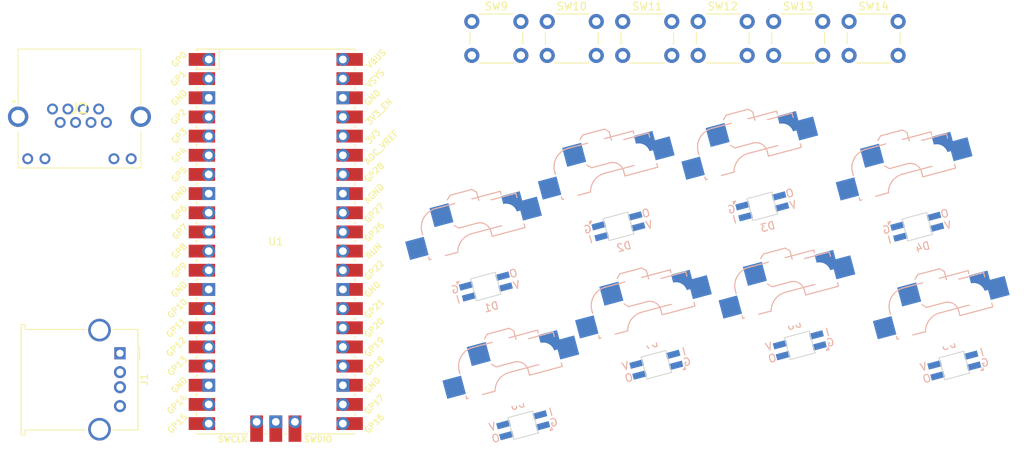
<source format=kicad_pcb>
(kicad_pcb (version 20221018) (generator pcbnew)
  (layers (0 "F.Cu" signal) (31 "B.Cu" signal) (34 "B.Paste" user) (35 "F.Paste" user) (36 "B.SilkS" user "B.Silkscreen") (37 "F.SilkS" user "F.Silkscreen") (38 "B.Mask" user) (39 "F.Mask" user) (44 "Edge.Cuts" user))
  (net 0 "")
  (net 1 "VCC")
  (net 2 "Net-(D1-DOUT)")
  (net 3 "GND")
  (net 4 "LED")
  (net 5 "Net-(D2-DOUT)")
  (net 6 "Net-(D3-DOUT)")
  (net 7 "Net-(D4-DOUT)")
  (net 8 "Net-(D5-DOUT)")
  (net 9 "Net-(D6-DOUT)")
  (net 10 "Net-(D7-DOUT)")
  (net 11 "LED-OUT")
  (net 12 "HostUSB-D-")
  (net 13 "HostUSB-D+")
  (net 15 "Up")
  (net 16 "Down")
  (net 17 "Right")
  (net 18 "Left")
  (net 20 "B1")
  (net 21 "B2")
  (net 22 "R2")
  (net 23 "L2")
  (net 24 "B3")
  (net 25 "B4")
  (net 26 "R1")
  (net 27 "L1")
  (net 28 "S1")
  (net 29 "S2")
  (net 30 "L3")
  (net 31 "R3")
  (net 32 "A1")
  (net 33 "A2")
  (net 34 "I2C-SDA")
  (net 35 "I2C-SCL")
  (net 42 "+3V3")
  (footprint "Button_Switch_THT:SW_PUSH_6mm" (layer "F.Cu") (at 160.5 70.5)
    (fp_text reference "SW12" (at 3.25 -2) (layer "F.SilkS"))
    (fp_text value "SW_Push_45deg")
    (pad "1" thru_hole circle (at 0 0 90) (size 2 2) (drill 1.1) (layers "*.Cu" "*.Mask") (net 31 "R3"))
    (pad "1" thru_hole circle (at 6.5 0 90) (size 2 2) (drill 1.1) (layers "*.Cu" "*.Mask") (net 31 "R3"))
    (pad "2" thru_hole circle (at 0 4.5 90) (size 2 2) (drill 1.1) (layers "*.Cu" "*.Mask") (net 3 "GND"))
    (pad "2" thru_hole circle (at 6.5 4.5 90) (size 2 2) (drill 1.1) (layers "*.Cu" "*.Mask") (net 3 "GND"))
  )
  (footprint "splitsbits:YS-SK6812MINI-E-SingleSide" (layer "F.Cu") (at 169 95 15)
    (fp_text reference "D3" (at 0 2.8 15) (layer "B.SilkS") (effects (justify mirror)))
    (fp_text value "SK6812MINI-E_Easy_Solder")
    (fp_text user "O" (at 3.96 -0.73 15) (layer "B.SilkS") (effects (justify mirror)))
    (fp_text user "I" (at -4 0.73 15) (layer "B.SilkS") (effects (justify mirror)))
    (fp_text user "G" (at -4.03 -0.68 15) (layer "B.SilkS") (effects (justify mirror)))
    (fp_text user "V" (at 3.99 0.87 15) (layer "B.SilkS") (effects (justify mirror)))
    (fp_line (start -1.7 -1.5) (end -1.7 1.5) (stroke (width 0.12)) (layer "Edge.Cuts"))
    (fp_line (start -1.7 1.5) (end 1.7 1.5) (stroke (width 0.12)) (layer "Edge.Cuts"))
    (fp_line (start 1.7 -1.5) (end -1.7 -1.5) (stroke (width 0.12)) (layer "Edge.Cuts"))
    (fp_line (start 1.7 1.5) (end 1.7 -1.5) (stroke (width 0.12)) (layer "Edge.Cuts"))
    (pad "1" smd rect (at 2.5 0.75 15) (size 1.8 0.82) (layers "B.Cu" "B.Paste" "B.Mask") (net 1 "VCC"))
    (pad "2" smd rect (at 2.5 -0.75 15) (size 1.8 0.82) (layers "B.Cu" "B.Paste" "B.Mask") (net 6 "Net-(D3-DOUT)"))
    (pad "3" smd rect (at -2.5 -0.75 15) (size 1.8 0.82) (layers "B.Cu" "B.Paste" "B.Mask") (net 3 "GND"))
    (pad "4" smd rect (at -2.5 0.75 15) (size 1.8 0.82) (layers "B.Cu" "B.Paste" "B.Mask") (net 5 "Net-(D2-DOUT)"))
  )
  (footprint "splitsbits:RPi_Pico_SMD_TH" (layer "F.Cu") (at 104.52 99.66)
    (fp_text reference "U1" (at 0 0) (layer "F.SilkS"))
    (fp_text value "Pico")
    (fp_text user "GND" (at -12.8 6.35 45) (layer "F.SilkS") (effects (font (size 0.8 0.8))))
    (fp_text user "GP10" (at -13.054 8.89 45) (layer "F.SilkS") (effects (font (size 0.8 0.8))))
    (fp_text user "GND" (at 12.8 6.35 45) (layer "F.SilkS") (effects (font (size 0.8 0.8))))
    (fp_text user "GP9" (at -12.8 3.81 45) (layer "F.SilkS") (effects (font (size 0.8 0.8))))
    (fp_text user "SWCLK" (at -5.7 26.2) (layer "F.SilkS") (effects (font (size 0.8 0.8))))
    (fp_text user "GP20" (at 13.054 11.43 45) (layer "F.SilkS") (effects (font (size 0.8 0.8))))
    (fp_text user "GP4" (at -12.8 -11.43 45) (layer "F.SilkS") (effects (font (size 0.8 0.8))))
    (fp_text user "VBUS" (at 13.3 -24.2 45) (layer "F.SilkS") (effects (font (size 0.8 0.8))))
    (fp_text user "GND" (at -12.8 19.05 45) (layer "F.SilkS") (effects (font (size 0.8 0.8))))
    (fp_text user "GP11" (at -13.2 11.43 45) (layer "F.SilkS") (effects (font (size 0.8 0.8))))
    (fp_text user "GP16" (at 13.054 24.13 45) (layer "F.SilkS") (effects (font (size 0.8 0.8))))
    (fp_text user "GND" (at 12.8 -19.05 45) (layer "F.SilkS") (effects (font (size 0.8 0.8))))
    (fp_text user "GND" (at -12.8 -19.05 45) (layer "F.SilkS") (effects (font (size 0.8 0.8))))
    (fp_text user "RUN" (at 13 1.27 45) (layer "F.SilkS") (effects (font (size 0.8 0.8))))
    (fp_text user "ADC_VREF" (at 14 -12.5 45) (layer "F.SilkS") (effects (font (size 0.8 0.8))))
    (fp_text user "GP15" (at -13.054 24.13 45) (layer "F.SilkS") (effects (font (size 0.8 0.8))))
    (fp_text user "GP3" (at -12.8 -13.97 45) (layer "F.SilkS") (effects (font (size 0.8 0.8))))
    (fp_text user "GP1" (at -12.9 -21.6 45) (layer "F.SilkS") (effects (font (size 0.8 0.8))))
    (fp_text user "GP27" (at 13.054 -3.8 45) (layer "F.SilkS") (effects (font (size 0.8 0.8))))
    (fp_text user "GP13" (at -13.054 16.51 45) (layer "F.SilkS") (effects (font (size 0.8 0.8))))
    (fp_text user "GND" (at -12.8 -6.35 45) (layer "F.SilkS") (effects (font (size 0.8 0.8))))
    (fp_text user "AGND" (at 13.054 -6.35 45) (layer "F.SilkS") (effects (font (size 0.8 0.8))))
    (fp_text user "GP14" (at -13.1 21.59 45) (layer "F.SilkS") (effects (font (size 0.8 0.8))))
    (fp_text user "GP17" (at 13.054 21.59 45) (layer "F.SilkS") (effects (font (size 0.8 0.8))))
    (fp_text user "GP26" (at 13.054 -1.27 45) (layer "F.SilkS") (effects (font (size 0.8 0.8))))
    (fp_text user "GP18" (at 13.054 16.51 45) (layer "F.SilkS") (effects (font (size 0.8 0.8))))
    (fp_text user "GP8" (at -12.8 1.27 45) (layer "F.SilkS") (effects (font (size 0.8 0.8))))
    (fp_text user "3V3" (at 12.9 -13.9 45) (layer "F.SilkS") (effects (font (size 0.8 0.8))))
    (fp_text user "SWDIO" (at 5.6 26.2) (layer "F.SilkS") (effects (font (size 0.8 0.8))))
    (fp_text user "GND" (at 12.8 19.05 45) (layer "F.SilkS") (effects (font (size 0.8 0.8))))
    (fp_text user "GP0" (at -12.8 -24.13 45) (layer "F.SilkS") (effects (font (size 0.8 0.8))))
    (fp_text user "GP28" (at 13.054 -9.144 45) (layer "F.SilkS") (effects (font (size 0.8 0.8))))
    (fp_text user "VSYS" (at 13.2 -21.59 45) (layer "F.SilkS") (effects (font (size 0.8 0.8))))
    (fp_text user "GP6" (at -12.8 -3.81 45) (layer "F.SilkS") (effects (font (size 0.8 0.8))))
    (fp_text user "GP12" (at -13.2 13.97 45) (layer "F.SilkS") (effects (font (size 0.8 0.8))))
    (fp_text user "3V3_EN" (at 13.7 -17.2 45) (layer "F.SilkS") (effects (font (size 0.8 0.8))))
    (fp_text user "GP5" (at -12.8 -8.89 45) (layer "F.SilkS") (effects (font (size 0.8 0.8))))
    (fp_text user "GP2" (at -12.9 -16.51 45) (layer "F.SilkS") (effects (font (size 0.8 0.8))))
    (fp_text user "GP22" (at 13.054 3.81 45) (layer "F.SilkS") (effects (font (size 0.8 0.8))))
    (fp_text user "GP19" (at 13.054 13.97 45) (layer "F.SilkS") (effects (font (size 0.8 0.8))))
    (fp_text user "GP7" (at -12.7 -1.3 45) (layer "F.SilkS") (effects (font (size 0.8 0.8))))
    (fp_text user "GP21" (at 13.054 8.9 45) (layer "F.SilkS") (effects (font (size 0.8 0.8))))
    (pad "" np_thru_hole oval (at -2.725 -24) (size 1.8 1.8) (drill 1.8) (layers "*.Cu" "*.Mask"))
    (pad "" np_thru_hole oval (at -2.425 -20.97) (size 1.5 1.5) (drill 1.5) (layers "*.Cu" "*.Mask"))
    (pad "" np_thru_hole oval (at 2.425 -20.97) (size 1.5 1.5) (drill 1.5) (layers "*.Cu" "*.Mask"))
    (pad "" np_thru_hole oval (at 2.725 -24) (size 1.8 1.8) (drill 1.8) (layers "*.Cu" "*.Mask"))
    (pad "1" thru_hole oval (at -8.89 -24.13) (size 1.7 1.7) (drill 1.02) (layers "*.Cu" "*.Mask") (net 34 "I2C-SDA"))
    (pad "1" smd rect (at -8.89 -24.13) (size 3.5 1.7) (drill (offset -0.9 0)) (layers "F.Cu" "F.Mask") (net 34 "I2C-SDA"))
    (pad "2" thru_hole oval (at -8.89 -21.59) (size 1.7 1.7) (drill 1.02) (layers "*.Cu" "*.Mask") (net 35 "I2C-SCL"))
    (pad "2" smd rect (at -8.89 -21.59) (size 3.5 1.7) (drill (offset -0.9 0)) (layers "F.Cu" "F.Mask") (net 35 "I2C-SCL"))
    (pad "3" thru_hole rect (at -8.89 -19.05) (size 1.7 1.7) (drill 1.02) (layers "*.Cu" "*.Mask") (net 3 "GND"))
    (pad "3" smd rect (at -8.89 -19.05) (size 3.5 1.7) (drill (offset -0.9 0)) (layers "F.Cu" "F.Mask") (net 3 "GND"))
    (pad "4" thru_hole oval (at -8.89 -16.51) (size 1.7 1.7) (drill 1.02) (layers "*.Cu" "*.Mask") (net 15 "Up"))
    (pad "4" smd rect (at -8.89 -16.51) (size 3.5 1.7) (drill (offset -0.9 0)) (layers "F.Cu" "F.Mask") (net 15 "Up"))
    (pad "5" thru_hole oval (at -8.89 -13.97) (size 1.7 1.7) (drill 1.02) (layers "*.Cu" "*.Mask") (net 16 "Down"))
    (pad "5" smd rect (at -8.89 -13.97) (size 3.5 1.7) (drill (offset -0.9 0)) (layers "F.Cu" "F.Mask") (net 16 "Down"))
    (pad "6" thru_hole oval (at -8.89 -11.43) (size 1.7 1.7) (drill 1.02) (layers "*.Cu" "*.Mask") (net 17 "Right"))
    (pad "6" smd rect (at -8.89 -11.43) (size 3.5 1.7) (drill (offset -0.9 0)) (layers "F.Cu" "F.Mask") (net 17 "Right"))
    (pad "7" thru_hole oval (at -8.89 -8.89) (size 1.7 1.7) (drill 1.02) (layers "*.Cu" "*.Mask") (net 18 "Left"))
    (pad "7" smd rect (at -8.89 -8.89) (size 3.5 1.7) (drill (offset -0.9 0)) (layers "F.Cu" "F.Mask") (net 18 "Left"))
    (pad "8" thru_hole rect (at -8.89 -6.35) (size 1.7 1.7) (drill 1.02) (layers "*.Cu" "*.Mask") (net 3 "GND"))
    (pad "8" smd rect (at -8.89 -6.35) (size 3.5 1.7) (drill (offset -0.9 0)) (layers "F.Cu" "F.Mask") (net 3 "GND"))
    (pad "9" thru_hole oval (at -8.89 -3.81) (size 1.7 1.7) (drill 1.02) (layers "*.Cu" "*.Mask") (net 20 "B1"))
    (pad "9" smd rect (at -8.89 -3.81) (size 3.5 1.7) (drill (offset -0.9 0)) (layers "F.Cu" "F.Mask") (net 20 "B1"))
    (pad "10" thru_hole oval (at -8.89 -1.27) (size 1.7 1.7) (drill 1.02) (layers "*.Cu" "*.Mask") (net 21 "B2"))
    (pad "10" smd rect (at -8.89 -1.27) (size 3.5 1.7) (drill (offset -0.9 0)) (layers "F.Cu" "F.Mask") (net 21 "B2"))
    (pad "11" thru_hole oval (at -8.89 1.27) (size 1.7 1.7) (drill 1.02) (layers "*.Cu" "*.Mask") (net 22 "R2"))
    (pad "11" smd rect (at -8.89 1.27) (size 3.5 1.7) (drill (offset -0.9 0)) (layers "F.Cu" "F.Mask") (net 22 "R2"))
    (pad "12" thru_hole oval (at -8.89 3.81) (size 1.7 1.7) (drill 1.02) (layers "*.Cu" "*.Mask") (net 23 "L2"))
    (pad "12" smd rect (at -8.89 3.81) (size 3.5 1.7) (drill (offset -0.9 0)) (layers "F.Cu" "F.Mask") (net 23 "L2"))
    (pad "13" thru_hole rect (at -8.89 6.35) (size 1.7 1.7) (drill 1.02) (layers "*.Cu" "*.Mask") (net 3 "GND"))
    (pad "13" smd rect (at -8.89 6.35) (size 3.5 1.7) (drill (offset -0.9 0)) (layers "F.Cu" "F.Mask") (net 3 "GND"))
    (pad "14" thru_hole oval (at -8.89 8.89) (size 1.7 1.7) (drill 1.02) (layers "*.Cu" "*.Mask") (net 24 "B3"))
    (pad "14" smd rect (at -8.89 8.89) (size 3.5 1.7) (drill (offset -0.9 0)) (layers "F.Cu" "F.Mask") (net 24 "B3"))
    (pad "15" thru_hole oval (at -8.89 11.43) (size 1.7 1.7) (drill 1.02) (layers "*.Cu" "*.Mask") (net 25 "B4"))
    (pad "15" smd rect (at -8.89 11.43) (size 3.5 1.7) (drill (offset -0.9 0)) (layers "F.Cu" "F.Mask") (net 25 "B4"))
    (pad "16" thru_hole oval (at -8.89 13.97) (size 1.7 1.7) (drill 1.02) (layers "*.Cu" "*.Mask") (net 26 "R1"))
    (pad "16" smd rect (at -8.89 13.97) (size 3.5 1.7) (drill (offset -0.9 0)) (layers "F.Cu" "F.Mask") (net 26 "R1"))
    (pad "17" thru_hole oval (at -8.89 16.51) (size 1.7 1.7) (drill 1.02) (layers "*.Cu" "*.Mask") (net 27 "L1"))
    (pad "17" smd rect (at -8.89 16.51) (size 3.5 1.7) (drill (offset -0.9 0)) (layers "F.Cu" "F.Mask") (net 27 "L1"))
    (pad "18" thru_hole rect (at -8.89 19.05) (size 1.7 1.7) (drill 1.02) (layers "*.Cu" "*.Mask") (net 3 "GND"))
    (pad "18" smd rect (at -8.89 19.05) (size 3.5 1.7) (drill (offset -0.9 0)) (layers "F.Cu" "F.Mask") (net 3 "GND"))
    (pad "19" thru_hole oval (at -8.89 21.59) (size 1.7 1.7) (drill 1.02) (layers "*.Cu" "*.Mask"))
    (pad "19" smd rect (at -8.89 21.59) (size 3.5 1.7) (drill (offset -0.9 0)) (layers "F.Cu" "F.Mask"))
    (pad "20" thru_hole oval (at -8.89 24.13) (size 1.7 1.7) (drill 1.02) (layers "*.Cu" "*.Mask"))
    (pad "20" smd rect (at -8.89 24.13) (size 3.5 1.7) (drill (offset -0.9 0)) (layers "F.Cu" "F.Mask"))
    (pad "21" thru_hole oval (at 8.89 24.13) (size 1.7 1.7) (drill 1.02) (layers "*.Cu" "*.Mask") (net 28 "S1"))
    (pad "21" smd rect (at 8.89 24.13) (size 3.5 1.7) (drill (offset 0.9 0)) (layers "F.Cu" "F.Mask") (net 28 "S1"))
    (pad "22" thru_hole oval (at 8.89 21.59) (size 1.7 1.7) (drill 1.02) (layers "*.Cu" "*.Mask") (net 29 "S2"))
    (pad "22" smd rect (at 8.89 21.59) (size 3.5 1.7) (drill (offset 0.9 0)) (layers "F.Cu" "F.Mask") (net 29 "S2"))
    (pad "23" thru_hole rect (at 8.89 19.05) (size 1.7 1.7) (drill 1.02) (layers "*.Cu" "*.Mask") (net 3 "GND"))
    (pad "23" smd rect (at 8.89 19.05) (size 3.5 1.7) (drill (offset 0.9 0)) (layers "F.Cu" "F.Mask") (net 3 "GND"))
    (pad "24" thru_hole oval (at 8.89 16.51) (size 1.7 1.7) (drill 1.02) (layers "*.Cu" "*.Mask") (net 30 "L3"))
    (pad "24" smd rect (at 8.89 16.51) (size 3.5 1.7) (drill (offset 0.9 0)) (layers "F.Cu" "F.Mask") (net 30 "L3"))
    (pad "25" thru_hole oval (at 8.89 13.97) (size 1.7 1.7) (drill 1.02) (layers "*.Cu" "*.Mask") (net 31 "R3"))
    (pad "25" smd rect (at 8.89 13.97) (size 3.5 1.7) (drill (offset 0.9 0)) (layers "F.Cu" "F.Mask") (net 31 "R3"))
    (pad "26" thru_hole oval (at 8.89 11.43) (size 1.7 1.7) (drill 1.02) (layers "*.Cu" "*.Mask") (net 32 "A1"))
    (pad "26" smd rect (at 8.89 11.43) (size 3.5 1.7) (drill (offset 0.9 0)) (layers "F.Cu" "F.Mask") (net 32 "A1"))
    (pad "27" thru_hole oval (at 8.89 8.89) (size 1.7 1.7) (drill 1.02) (layers "*.Cu" "*.Mask") (net 33 "A2"))
    (pad "27" smd rect (at 8.89 8.89) (size 3.5 1.7) (drill (offset 0.9 0)) (layers "F.Cu" "F.Mask") (net 33 "A2"))
    (pad "28" thru_hole rect (at 8.89 6.35) (size 1.7 1.7) (drill 1.02) (layers "*.Cu" "*.Mask") (net 3 "GND"))
    (pad "28" smd rect (at 8.89 6.35) (size 3.5 1.7) (drill (offset 0.9 0)) (layers "F.Cu" "F.Mask") (net 3 "GND"))
    (pad "29" thru_hole oval (at 8.89 3.81) (size 1.7 1.7) (drill 1.02) (layers "*.Cu" "*.Mask"))
    (pad "29" smd rect (at 8.89 3.81) (size 3.5 1.7) (drill (offset 0.9 0)) (layers "F.Cu" "F.Mask"))
    (pad "30" thru_hole oval (at 8.89 1.27) (size 1.7 1.7) (drill 1.02) (layers "*.Cu" "*.Mask"))
    (pad "30" smd rect (at 8.89 1.27) (size 3.5 1.7) (drill (offset 0.9 0)) (layers "F.Cu" "F.Mask"))
    (pad "31" thru_hole oval (at 8.89 -1.27) (size 1.7 1.7) (drill 1.02) (layers "*.Cu" "*.Mask") (net 13 "HostUSB-D+"))
    (pad "31" smd rect (at 8.89 -1.27) (size 3.5 1.7) (drill (offset 0.9 0)) (layers "F.Cu" "F.Mask") (net 13 "HostUSB-D+"))
    (pad "32" thru_hole oval (at 8.89 -3.81) (size 1.7 1.7) (drill 1.02) (layers "*.Cu" "*.Mask") (net 12 "HostUSB-D-"))
    (pad "32" smd rect (at 8.89 -3.81) (size 3.5 1.7) (drill (offset 0.9 0)) (layers "F.Cu" "F.Mask") (net 12 "HostUSB-D-"))
    (pad "33" thru_hole rect (at 8.89 -6.35) (size 1.7 1.7) (drill 1.02) (layers "*.Cu" "*.Mask"))
    (pad "33" smd rect (at 8.89 -6.35) (size 3.5 1.7) (drill (offset 0.9 0)) (layers "F.Cu" "F.Mask"))
    (pad "34" thru_hole oval (at 8.89 -8.89) (size 1.7 1.7) (drill 1.02) (layers "*.Cu" "*.Mask") (net 4 "LED"))
    (pad "34" smd rect (at 8.89 -8.89) (size 3.5 1.7) (drill (offset 0.9 0)) (layers "F.Cu" "F.Mask") (net 4 "LED"))
    (pad "35" thru_hole oval (at 8.89 -11.43) (size 1.7 1.7) (drill 1.02) (layers "*.Cu" "*.Mask"))
    (pad "35" smd rect (at 8.89 -11.43) (size 3.5 1.7) (drill (offset 0.9 0)) (layers "F.Cu" "F.Mask"))
    (pad "36" thru_hole oval (at 8.89 -13.97) (size 1.7 1.7) (drill 1.02) (layers "*.Cu" "*.Mask") (net 42 "+3V3"))
    (pad "36" smd rect (at 8.89 -13.97) (size 3.5 1.7) (drill (offset 0.9 0)) (layers "F.Cu" "F.Mask") (net 42 "+3V3"))
    (pad "37" thru_hole oval (at 8.89 -16.51) (size 1.7 1.7) (drill 1.02) (layers "*.Cu" "*.Mask"))
    (pad "37" smd rect (at 8.89 -16.51) (size 3.5 1.7) (drill (offset 0.9 0)) (layers "F.Cu" "F.Mask"))
    (pad "38" thru_hole rect (at 8.89 -19.05) (size 1.7 1.7) (drill 1.02) (layers "*.Cu" "*.Mask") (net 3 "GND"))
    (pad "38" smd rect (at 8.89 -19.05) (size 3.5 1.7) (drill (offset 0.9 0)) (layers "F.Cu" "F.Mask") (net 3 "GND"))
    (pad "39" thru_hole oval (at 8.89 -21.59) (size 1.7 1.7) (drill 1.02) (layers "*.Cu" "*.Mask"))
    (pad "39" smd rect (at 8.89 -21.59) (size 3.5 1.7) (drill (offset 0.9 0)) (layers "F.Cu" "F.Mask"))
    (pad "40" thru_hole oval (at 8.89 -24.13) (size 1.7 1.7) (drill 1.02) (layers "*.Cu" "*.Mask") (net 1 "VCC"))
    (pad "40" smd rect (at 8.89 -24.13) (size 3.5 1.7) (drill (offset 0.9 0)) (layers "F.Cu" "F.Mask") (net 1 "VCC"))
    (pad "41" thru_hole oval (at -2.54 23.9) (size 1.7 1.7) (drill 1.02) (layers "*.Cu" "*.Mask"))
    (pad "41" smd rect (at -2.54 23.9 90) (size 3.5 1.7) (drill (offset -0.9 0)) (layers "F.Cu" "F.Mask"))
    (pad "42" thru_hole rect (at 0 23.9) (size 1.7 1.7) (drill 1.02) (layers "*.Cu" "*.Mask"))
    (pad "42" smd rect (at 0 23.9 90) (size 3.5 1.7) (drill (offset -0.9 0)) (layers "F.Cu" "F.Mask"))
    (pad "43" thru_hole oval (at 2.54 23.9) (size 1.7 1.7) (drill 1.02) (layers "*.Cu" "*.Mask"))
    (pad "43" smd rect (at 2.54 23.9 90) (size 3.5 1.7) (drill (offset -0.9 0)) (layers "F.Cu" "F.Mask"))
  )
  (footprint "Button_Switch_THT:SW_PUSH_6mm" (layer "F.Cu") (at 170.5 70.5)
    (fp_text reference "SW13" (at 3.25 -2) (layer "F.SilkS"))
    (fp_text value "SW_Push_45deg")
    (pad "1" thru_hole circle (at 0 0 90) (size 2 2) (drill 1.1) (layers "*.Cu" "*.Mask") (net 32 "A1"))
    (pad "1" thru_hole circle (at 6.5 0 90) (size 2 2) (drill 1.1) (layers "*.Cu" "*.Mask") (net 32 "A1"))
    (pad "2" thru_hole circle (at 0 4.5 90) (size 2 2) (drill 1.1) (layers "*.Cu" "*.Mask") (net 3 "GND"))
    (pad "2" thru_hole circle (at 6.5 4.5 90) (size 2 2) (drill 1.1) (layers "*.Cu" "*.Mask") (net 3 "GND"))
  )
  (footprint "splitsbits:YS-SK6812MINI-E-SingleSide" (layer "F.Cu") (at 194.446263 116.09274 -165)
    (fp_text reference "D5" (at 0 2.8 15) (layer "B.SilkS") (effects (justify mirror)))
    (fp_text value "SK6812MINI-E_Easy_Solder")
    (fp_text user "V" (at 3.99 0.87 15) (layer "B.SilkS") (effects (justify mirror)))
    (fp_text user "O" (at 3.96 -0.73 15) (layer "B.SilkS") (effects (justify mirror)))
    (fp_text user "I" (at -4 0.73 15) (layer "B.SilkS") (effects (justify mirror)))
    (fp_text user "G" (at -4.03 -0.68 15) (layer "B.SilkS") (effects (justify mirror)))
    (fp_line (start -1.7 -1.5) (end -1.7 1.5) (stroke (width 0.12)) (layer "Edge.Cuts"))
    (fp_line (start -1.7 1.5) (end 1.7 1.5) (stroke (width 0.12)) (layer "Edge.Cuts"))
    (fp_line (start 1.7 -1.5) (end -1.7 -1.5) (stroke (width 0.12)) (layer "Edge.Cuts"))
    (fp_line (start 1.7 1.5) (end 1.7 -1.5) (stroke (width 0.12)) (layer "Edge.Cuts"))
    (pad "1" smd rect (at 2.5 0.75 195) (size 1.8 0.82) (layers "B.Cu" "B.Paste" "B.Mask") (net 1 "VCC"))
    (pad "2" smd rect (at 2.5 -0.75 195) (size 1.8 0.82) (layers "B.Cu" "B.Paste" "B.Mask") (net 8 "Net-(D5-DOUT)"))
    (pad "3" smd rect (at -2.5 -0.75 195) (size 1.8 0.82) (layers "B.Cu" "B.Paste" "B.Mask") (net 3 "GND"))
    (pad "4" smd rect (at -2.5 0.75 195) (size 1.8 0.82) (layers "B.Cu" "B.Paste" "B.Mask") (net 7 "Net-(D4-DOUT)"))
  )
  (footprint "Connector_USB:USB_A_Molex_67643_Horizontal" (layer "F.Cu") (at 83.87 114.47 -90)
    (fp_text reference "J1" (at 3.5 -3.19 90) (layer "F.SilkS"))
    (fp_text value "USB_A")
    (pad "1" thru_hole rect (at 0 0 270) (size 1.6 1.5) (drill 0.95) (layers "*.Cu" "*.Mask") (net 1 "VCC"))
    (pad "2" thru_hole circle (at 2.5 0 270) (size 1.6 1.6) (drill 0.95) (layers "*.Cu" "*.Mask") (net 12 "HostUSB-D-"))
    (pad "3" thru_hole circle (at 4.5 0 270) (size 1.6 1.6) (drill 0.95) (layers "*.Cu" "*.Mask") (net 13 "HostUSB-D+"))
    (pad "4" thru_hole circle (at 7 0 270) (size 1.6 1.6) (drill 0.95) (layers "*.Cu" "*.Mask") (net 3 "GND"))
    (pad "5" thru_hole circle (at -3.07 2.71 270) (size 3 3) (drill 2.3) (layers "*.Cu" "*.Mask"))
    (pad "5" thru_hole circle (at 10.07 2.71 270) (size 3 3) (drill 2.3) (layers "*.Cu" "*.Mask"))
  )
  (footprint "Button_Switch_THT:SW_PUSH_6mm" (layer "F.Cu") (at 180.5 70.5)
    (fp_text reference "SW14" (at 3.25 -2) (layer "F.SilkS"))
    (fp_text value "SW_Push_45deg")
    (pad "1" thru_hole circle (at 0 0 90) (size 2 2) (drill 1.1) (layers "*.Cu" "*.Mask") (net 33 "A2"))
    (pad "1" thru_hole circle (at 6.5 0 90) (size 2 2) (drill 1.1) (layers "*.Cu" "*.Mask") (net 33 "A2"))
    (pad "2" thru_hole circle (at 0 4.5 90) (size 2 2) (drill 1.1) (layers "*.Cu" "*.Mask") (net 3 "GND"))
    (pad "2" thru_hole circle (at 6.5 4.5 90) (size 2 2) (drill 1.1) (layers "*.Cu" "*.Mask") (net 3 "GND"))
  )
  (footprint "splitsbits:YS-SK6812MINI-E-SingleSide" (layer "F.Cu") (at 132.361468 105.624781 15)
    (fp_text reference "D1" (at 0 2.8 15) (layer "B.SilkS") (effects (justify mirror)))
    (fp_text value "SK6812MINI-E_Easy_Solder")
    (fp_text user "O" (at 3.96 -0.73 15) (layer "B.SilkS") (effects (justify mirror)))
    (fp_text user "V" (at 3.99 0.87 15) (layer "B.SilkS") (effects (justify mirror)))
    (fp_text user "G" (at -4.03 -0.68 15) (layer "B.SilkS") (effects (justify mirror)))
    (fp_text user "I" (at -4 0.73 15) (layer "B.SilkS") (effects (justify mirror)))
    (fp_line (start -1.7 -1.5) (end -1.7 1.5) (stroke (width 0.12)) (layer "Edge.Cuts"))
    (fp_line (start -1.7 1.5) (end 1.7 1.5) (stroke (width 0.12)) (layer "Edge.Cuts"))
    (fp_line (start 1.7 -1.5) (end -1.7 -1.5) (stroke (width 0.12)) (layer "Edge.Cuts"))
    (fp_line (start 1.7 1.5) (end 1.7 -1.5) (stroke (width 0.12)) (layer "Edge.Cuts"))
    (pad "1" smd rect (at 2.5 0.75 15) (size 1.8 0.82) (layers "B.Cu" "B.Paste" "B.Mask") (net 1 "VCC"))
    (pad "2" smd rect (at 2.5 -0.75 15) (size 1.8 0.82) (layers "B.Cu" "B.Paste" "B.Mask") (net 2 "Net-(D1-DOUT)"))
    (pad "3" smd rect (at -2.5 -0.75 15) (size 1.8 0.82) (layers "B.Cu" "B.Paste" "B.Mask") (net 3 "GND"))
    (pad "4" smd rect (at -2.5 0.75 15) (size 1.8 0.82) (layers "B.Cu" "B.Paste" "B.Mask") (net 4 "LED"))
  )
  (footprint "Button_Switch_THT:SW_PUSH_6mm" (layer "F.Cu") (at 150.5 70.5)
    (fp_text reference "SW11" (at 3.25 -2) (layer "F.SilkS"))
    (fp_text value "SW_Push_45deg")
    (pad "1" thru_hole circle (at 0 0 90) (size 2 2) (drill 1.1) (layers "*.Cu" "*.Mask") (net 30 "L3"))
    (pad "1" thru_hole circle (at 6.5 0 90) (size 2 2) (drill 1.1) (layers "*.Cu" "*.Mask") (net 30 "L3"))
    (pad "2" thru_hole circle (at 0 4.5 90) (size 2 2) (drill 1.1) (layers "*.Cu" "*.Mask") (net 3 "GND"))
    (pad "2" thru_hole circle (at 6.5 4.5 90) (size 2 2) (drill 1.1) (layers "*.Cu" "*.Mask") (net 3 "GND"))
  )
  (footprint "Button_Switch_THT:SW_PUSH_6mm" (layer "F.Cu") (at 130.5 70.5)
    (fp_text reference "SW9" (at 3.25 -2) (layer "F.SilkS"))
    (fp_text value "SW_Push_45deg")
    (pad "1" thru_hole circle (at 0 0 90) (size 2 2) (drill 1.1) (layers "*.Cu" "*.Mask") (net 28 "S1"))
    (pad "1" thru_hole circle (at 6.5 0 90) (size 2 2) (drill 1.1) (layers "*.Cu" "*.Mask") (net 28 "S1"))
    (pad "2" thru_hole circle (at 0 4.5 90) (size 2 2) (drill 1.1) (layers "*.Cu" "*.Mask") (net 3 "GND"))
    (pad "2" thru_hole circle (at 6.5 4.5 90) (size 2 2) (drill 1.1) (layers "*.Cu" "*.Mask") (net 3 "GND"))
  )
  (footprint "splitsbits:YS-SK6812MINI-E-SingleSide" (layer "F.Cu") (at 149.934827 97.644541 15)
    (fp_text reference "D2" (at 0 2.8 15) (layer "B.SilkS") (effects (justify mirror)))
    (fp_text value "SK6812MINI-E_Easy_Solder")
    (fp_text user "G" (at -4.03 -0.68 15) (layer "B.SilkS") (effects (justify mirror)))
    (fp_text user "V" (at 3.99 0.87 15) (layer "B.SilkS") (effects (justify mirror)))
    (fp_text user "I" (at -4 0.73 15) (layer "B.SilkS") (effects (justify mirror)))
    (fp_text user "O" (at 3.96 -0.73 15) (layer "B.SilkS") (effects (justify mirror)))
    (fp_line (start -1.7 -1.5) (end -1.7 1.5) (stroke (width 0.12)) (layer "Edge.Cuts"))
    (fp_line (start -1.7 1.5) (end 1.7 1.5) (stroke (width 0.12)) (layer "Edge.Cuts"))
    (fp_line (start 1.7 -1.5) (end -1.7 -1.5) (stroke (width 0.12)) (layer "Edge.Cuts"))
    (fp_line (start 1.7 1.5) (end 1.7 -1.5) (stroke (width 0.12)) (layer "Edge.Cuts"))
    (pad "1" smd rect (at 2.5 0.75 15) (size 1.8 0.82) (layers "B.Cu" "B.Paste" "B.Mask") (net 1 "VCC"))
    (pad "2" smd rect (at 2.5 -0.75 15) (size 1.8 0.82) (layers "B.Cu" "B.Paste" "B.Mask") (net 5 "Net-(D2-DOUT)"))
    (pad "3" smd rect (at -2.5 -0.75 15) (size 1.8 0.82) (layers "B.Cu" "B.Paste" "B.Mask") (net 3 "GND"))
    (pad "4" smd rect (at -2.5 0.75 15) (size 1.8 0.82) (layers "B.Cu" "B.Paste" "B.Mask") (net 2 "Net-(D1-DOUT)"))
  )
  (footprint "splitsbits:YS-SK6812MINI-E-SingleSide" (layer "F.Cu") (at 154.954158 115.990568 -165)
    (fp_text reference "D7" (at 0 2.8 15) (layer "B.SilkS") (effects (justify mirror)))
    (fp_text value "SK6812MINI-E_Easy_Solder")
    (fp_text user "V" (at 3.99 0.87 15) (layer "B.SilkS") (effects (justify mirror)))
    (fp_text user "I" (at -4 0.73 15) (layer "B.SilkS") (effects (justify mirror)))
    (fp_text user "O" (at 3.96 -0.73 15) (layer "B.SilkS") (effects (justify mirror)))
    (fp_text user "G" (at -4.03 -0.68 15) (layer "B.SilkS") (effects (justify mirror)))
    (fp_line (start -1.7 -1.5) (end -1.7 1.5) (stroke (width 0.12)) (layer "Edge.Cuts"))
    (fp_line (start -1.7 1.5) (end 1.7 1.5) (stroke (width 0.12)) (layer "Edge.Cuts"))
    (fp_line (start 1.7 -1.5) (end -1.7 -1.5) (stroke (width 0.12)) (layer "Edge.Cuts"))
    (fp_line (start 1.7 1.5) (end 1.7 -1.5) (stroke (width 0.12)) (layer "Edge.Cuts"))
    (pad "1" smd rect (at 2.5 0.75 195) (size 1.8 0.82) (layers "B.Cu" "B.Paste" "B.Mask") (net 1 "VCC"))
    (pad "2" smd rect (at 2.5 -0.75 195) (size 1.8 0.82) (layers "B.Cu" "B.Paste" "B.Mask") (net 10 "Net-(D7-DOUT)"))
    (pad "3" smd rect (at -2.5 -0.75 195) (size 1.8 0.82) (layers "B.Cu" "B.Paste" "B.Mask") (net 3 "GND"))
    (pad "4" smd rect (at -2.5 0.75 195) (size 1.8 0.82) (layers "B.Cu" "B.Paste" "B.Mask") (net 9 "Net-(D6-DOUT)"))
  )
  (footprint "splitsbits:YS-SK6812MINI-E-SingleSide" (layer "F.Cu") (at 173.964657 113.412441 -165)
    (fp_text reference "D6" (at 0 2.8 15) (layer "B.SilkS") (effects (justify mirror)))
    (fp_text value "SK6812MINI-E_Easy_Solder")
    (fp_text user "V" (at 3.99 0.87 15) (layer "B.SilkS") (effects (justify mirror)))
    (fp_text user "G" (at -4.03 -0.68 15) (layer "B.SilkS") (effects (justify mirror)))
    (fp_text user "O" (at 3.96 -0.73 15) (layer "B.SilkS") (effects (justify mirror)))
    (fp_text user "I" (at -4 0.73 15) (layer "B.SilkS") (effects (justify mirror)))
    (fp_line (start -1.7 -1.5) (end -1.7 1.5) (stroke (width 0.12)) (layer "Edge.Cuts"))
    (fp_line (start -1.7 1.5) (end 1.7 1.5) (stroke (width 0.12)) (layer "Edge.Cuts"))
    (fp_line (start 1.7 -1.5) (end -1.7 -1.5) (stroke (width 0.12)) (layer "Edge.Cuts"))
    (fp_line (start 1.7 1.5) (end 1.7 -1.5) (stroke (width 0.12)) (layer "Edge.Cuts"))
    (pad "1" smd rect (at 2.5 0.75 195) (size 1.8 0.82) (layers "B.Cu" "B.Paste" "B.Mask") (net 1 "VCC"))
    (pad "2" smd rect (at 2.5 -0.75 195) (size 1.8 0.82) (layers "B.Cu" "B.Paste" "B.Mask") (net 9 "Net-(D6-DOUT)"))
    (pad "3" smd rect (at -2.5 -0.75 195) (size 1.8 0.82) (layers "B.Cu" "B.Paste" "B.Mask") (net 3 "GND"))
    (pad "4" smd rect (at -2.5 0.75 195) (size 1.8 0.82) (layers "B.Cu" "B.Paste" "B.Mask") (net 8 "Net-(D5-DOUT)"))
  )
  (footprint "splitsbits:YS-SK6812MINI-E-SingleSide" (layer "F.Cu") (at 189.528008 97.698924 15)
    (fp_text reference "D4" (at 0 2.8 15) (layer "B.SilkS") (effects (justify mirror)))
    (fp_text value "SK6812MINI-E_Easy_Solder")
    (fp_text user "V" (at 3.99 0.87 15) (layer "B.SilkS") (effects (justify mirror)))
    (fp_text user "G" (at -4.03 -0.68 15) (layer "B.SilkS") (effects (justify mirror)))
    (fp_text user "I" (at -4 0.73 15) (layer "B.SilkS") (effects (justify mirror)))
    (fp_text user "O" (at 3.96 -0.73 15) (layer "B.SilkS") (effects (justify mirror)))
    (fp_line (start -1.7 -1.5) (end -1.7 1.5) (stroke (width 0.12)) (layer "Edge.Cuts"))
    (fp_line (start -1.7 1.5) (end 1.7 1.5) (stroke (width 0.12)) (layer "Edge.Cuts"))
    (fp_line (start 1.7 -1.5) (end -1.7 -1.5) (stroke (width 0.12)) (layer "Edge.Cuts"))
    (fp_line (start 1.7 1.5) (end 1.7 -1.5) (stroke (width 0.12)) (layer "Edge.Cuts"))
    (pad "1" smd rect (at 2.5 0.75 15) (size 1.8 0.82) (layers "B.Cu" "B.Paste" "B.Mask") (net 1 "VCC"))
    (pad "2" smd rect (at 2.5 -0.75 15) (size 1.8 0.82) (layers "B.Cu" "B.Paste" "B.Mask") (net 7 "Net-(D4-DOUT)"))
    (pad "3" smd rect (at -2.5 -0.75 15) (size 1.8 0.82) (layers "B.Cu" "B.Paste" "B.Mask") (net 3 "GND"))
    (pad "4" smd rect (at -2.5 0.75 15) (size 1.8 0.82) (layers "B.Cu" "B.Paste" "B.Mask") (net 6 "Net-(D3-DOUT)"))
  )
  (footprint "Button_Switch_THT:SW_PUSH_6mm" (layer "F.Cu") (at 140.5 70.5)
    (fp_text reference "SW10" (at 3.25 -2) (layer "F.SilkS"))
    (fp_text value "SW_Push_45deg")
    (pad "1" thru_hole circle (at 0 0 90) (size 2 2) (drill 1.1) (layers "*.Cu" "*.Mask") (net 29 "S2"))
    (pad "1" thru_hole circle (at 6.5 0 90) (size 2 2) (drill 1.1) (layers "*.Cu" "*.Mask") (net 29 "S2"))
    (pad "2" thru_hole circle (at 0 4.5 90) (size 2 2) (drill 1.1) (layers "*.Cu" "*.Mask") (net 3 "GND"))
    (pad "2" thru_hole circle (at 6.5 4.5 90) (size 2 2) (drill 1.1) (layers "*.Cu" "*.Mask") (net 3 "GND"))
  )
  (footprint "splitsbits:YS-SK6812MINI-E-SingleSide" (layer "F.Cu") (at 137.308701 124.010832 -165)
    (fp_text reference "D8" (at 0 2.8 15) (layer "B.SilkS") (effects (justify mirror)))
    (fp_text value "SK6812MINI-E_Easy_Solder")
    (fp_text user "V" (at 3.99 0.87 15) (layer "B.SilkS") (effects (justify mirror)))
    (fp_text user "G" (at -4.03 -0.68 15) (layer "B.SilkS") (effects (justify mirror)))
    (fp_text user "I" (at -4 0.73 15) (layer "B.SilkS") (effects (justify mirror)))
    (fp_text user "O" (at 3.96 -0.73 15) (layer "B.SilkS") (effects (justify mirror)))
    (fp_line (start -1.7 -1.5) (end -1.7 1.5) (stroke (width 0.12)) (layer "Edge.Cuts"))
    (fp_line (start -1.7 1.5) (end 1.7 1.5) (stroke (width 0.12)) (layer "Edge.Cuts"))
    (fp_line (start 1.7 -1.5) (end -1.7 -1.5) (stroke (width 0.12)) (layer "Edge.Cuts"))
    (fp_line (start 1.7 1.5) (end 1.7 -1.5) (stroke (width 0.12)) (layer "Edge.Cuts"))
    (pad "1" smd rect (at 2.5 0.75 195) (size 1.8 0.82) (layers "B.Cu" "B.Paste" "B.Mask") (net 1 "VCC"))
    (pad "2" smd rect (at 2.5 -0.75 195) (size 1.8 0.82) (layers "B.Cu" "B.Paste" "B.Mask") (net 11 "LED-OUT"))
    (pad "3" smd rect (at -2.5 -0.75 195) (size 1.8 0.82) (layers "B.Cu" "B.Paste" "B.Mask") (net 3 "GND"))
    (pad "4" smd rect (at -2.5 0.75 195) (size 1.8 0.82) (layers "B.Cu" "B.Paste" "B.Mask") (net 10 "Net-(D7-DOUT)"))
  )
  (footprint "splitsbits:RRJ45R08PC000" (layer "F.Cu") (at 74.93 82.1 180)
    (fp_text reference "J2" (at -3.57 0.065) (layer "F.SilkS") (effects (font (size 1.27 1.27) (thickness 0.254))))
    (fp_text value "RJ45" hide)
    (pad "" np_thru_hole circle (at -9.92 2.54 180) (size 3.25 3.25) (drill 3.25) (layers "*.Cu" "*.Mask"))
    (pad "" np_thru_hole circle (at 2.78 2.54 180) (size 3.25 3.25) (drill 3.25) (layers "*.Cu" "*.Mask"))
    (pad "1" thru_hole circle (at 0 0 180) (size 1.446 1.446) (drill 0.89) (layers "*.Cu" "*.Mask") (net 1 "VCC"))
    (pad "2" thru_hole circle (at -1.02 -1.78 180) (size 1.446 1.446) (drill 0.89) (layers "*.Cu" "*.Mask") (net 15 "Up"))
    (pad "3" thru_hole circle (at -2.04 0 180) (size 1.446 1.446) (drill 0.89) (layers "*.Cu" "*.Mask") (net 16 "Down"))
    (pad "4" thru_hole circle (at -3.06 -1.78 180) (size 1.446 1.446) (drill 0.89) (layers "*.Cu" "*.Mask") (net 17 "Right"))
    (pad "5" thru_hole circle (at -4.08 0 180) (size 1.446 1.446) (drill 0.89) (layers "*.Cu" "*.Mask") (net 18 "Left"))
    (pad "6" thru_hole circle (at -5.1 -1.78 180) (size 1.446 1.446) (drill 0.89) (layers "*.Cu" "*.Mask") (net 11 "LED-OUT"))
    (pad "7" thru_hole circle (at -6.12 0 180) (size 1.446 1.446) (drill 0.89) (layers "*.Cu" "*.Mask"))
    (pad "8" thru_hole circle (at -7.14 -1.78 180) (size 1.446 1.446) (drill 0.89) (layers "*.Cu" "*.Mask") (net 3 "GND"))
    (pad "9" thru_hole circle (at 3.29 -6.59 180) (size 1.446 1.446) (drill 0.89) (layers "*.Cu" "*.Mask"))
    (pad "10" thru_hole circle (at 1 -6.59 180) (size 1.446 1.446) (drill 0.89) (layers "*.Cu" "*.Mask"))
    (pad "11" thru_hole circle (at -8.14 -6.59 180) (size 1.446 1.446) (drill 0.89) (layers "*.Cu" "*.Mask"))
    (pad "12" thru_hole circle (at -10.43 -6.59 180) (size 1.446 1.446) (drill 0.89) (layers "*.Cu" "*.Mask"))
    (pad "MH1" thru_hole circle (at -11.7 -1.02 180) (size 2.7 2.7) (drill 1.8) (layers "*.Cu" "*.Mask"))
    (pad "MH2" thru_hole circle (at 4.56 -1.02 180) (size 2.7 2.7) (drill 1.8) (layers "*.Cu" "*.Mask"))
  )
  (footprint "splitsbits:Kailh_socket_MX-ChocV1" (layer "B.Cu") (at 131.181067 101.064917 15)
    (fp_text reference "SW1")
    (fp_text value "SW_Push_45deg")
    (pad "" np_thru_hole circle (at -5.5 0 15) (size 1.7018 1.7018) (drill 1.7018) (layers "*.Cu" "*.Mask"))
    (pad "" np_thru_hole circle (at -5.22 4.2 15) (size 0.9906 0.9906) (drill 0.9906) (layers "*.Cu" "*.Mask"))
    (pad "" np_thru_hole circle (at -5.08 0 195) (size 1.7018 1.7018) (drill 1.7018) (layers "*.Cu" "*.Mask"))
    (pad "" np_thru_hole circle (at -3.81 -2.54 195) (size 3 3) (drill 3) (layers "*.Cu" "*.Mask"))
    (pad "" np_thru_hole circle (at 0 -5.95 15) (size 3 3) (drill 3) (layers "*.Cu" "*.Mask"))
    (pad "" np_thru_hole circle (at 0 0 15) (size 3.429 3.429) (drill 3.429) (layers "*.Cu" "*.Mask"))
    (pad "" np_thru_hole circle (at 0 0 195) (size 3.9878 3.9878) (drill 3.9878) (layers "*.Cu" "*.Mask"))
    (pad "" np_thru_hole circle (at 2.54 -5.08 195) (size 3 3) (drill 3) (layers "*.Cu" "*.Mask"))
    (pad "" np_thru_hole circle (at 5 -3.75 15) (size 3 3) (drill 3) (layers "*.Cu" "*.Mask"))
    (pad "" np_thru_hole circle (at 5.08 0 195) (size 1.7018 1.7018) (drill 1.7018) (layers "*.Cu" "*.Mask"))
    (pad "" np_thru_hole circle (at 5.5 0 15) (size 1.7018 1.7018) (drill 1.7018) (layers "*.Cu" "*.Mask"))
    (pad "1" smd rect (at 6.29 -5.08 195) (size 2.55 2.5) (layers "B.Cu" "B.Paste" "B.Mask") (net 20 "B1"))
    (pad "1" smd rect (at 8.275 -3.75 15) (size 2.6 2.6) (layers "B.Cu" "B.Paste" "B.Mask") (net 20 "B1"))
    (pad "2" smd rect (at -7.56 -2.54 195) (size 2.55 2.5) (layers "B.Cu" "B.Paste" "B.Mask") (net 3 "GND"))
    (pad "2" smd rect (at -3.275 -5.95 15) (size 2.6 2.6) (layers "B.Cu" "B.Paste" "B.Mask") (net 3 "GND"))
  )
  (footprint "splitsbits:Kailh_socket_MX-ChocV1" (layer "B.Cu") (at 193.172031 111.578724 15)
    (fp_text reference "SW8")
    (fp_text value "SW_Push_45deg")
    (pad "" np_thru_hole circle (at -5.5 0 15) (size 1.7018 1.7018) (drill 1.7018) (layers "*.Cu" "*.Mask"))
    (pad "" np_thru_hole circle (at -5.22 4.2 15) (size 0.9906 0.9906) (drill 0.9906) (layers "*.Cu" "*.Mask"))
    (pad "" np_thru_hole circle (at -5.08 0 195) (size 1.7018 1.7018) (drill 1.7018) (layers "*.Cu" "*.Mask"))
    (pad "" np_thru_hole circle (at -3.81 -2.54 195) (size 3 3) (drill 3) (layers "*.Cu" "*.Mask"))
    (pad "" np_thru_hole circle (at 0 -5.95 15) (size 3 3) (drill 3) (layers "*.Cu" "*.Mask"))
    (pad "" np_thru_hole circle (at 0 0 15) (size 3.429 3.429) (drill 3.429) (layers "*.Cu" "*.Mask"))
    (pad "" np_thru_hole circle (at 0 0 195) (size 3.9878 3.9878) (drill 3.9878) (layers "*.Cu" "*.Mask"))
    (pad "" np_thru_hole circle (at 2.54 -5.08 195) (size 3 3) (drill 3) (layers "*.Cu" "*.Mask"))
    (pad "" np_thru_hole circle (at 5 -3.75 15) (size 3 3) (drill 3) (layers "*.Cu" "*.Mask"))
    (pad "" np_thru_hole circle (at 5.08 0 195) (size 1.7018 1.7018) (drill 1.7018) (layers "*.Cu" "*.Mask"))
    (pad "" np_thru_hole circle (at 5.5 0 15) (size 1.7018 1.7018) (drill 1.7018) (layers "*.Cu" "*.Mask"))
    (pad "1" smd rect (at 6.29 -5.08 195) (size 2.55 2.5) (layers "B.Cu" "B.Paste" "B.Mask") (net 27 "L1"))
    (pad "1" smd rect (at 8.275 -3.75 15) (size 2.6 2.6) (layers "B.Cu" "B.Paste" "B.Mask") (net 27 "L1"))
    (pad "2" smd rect (at -7.56 -2.54 195) (size 2.55 2.5) (layers "B.Cu" "B.Paste" "B.Mask") (net 3 "GND"))
    (pad "2" smd rect (at -3.275 -5.95 15) (size 2.6 2.6) (layers "B.Cu" "B.Paste" "B.Mask") (net 3 "GND"))
  )
  (footprint "splitsbits:Kailh_socket_MX-ChocV1" (layer "B.Cu") (at 167.786265 90.441304 15)
    (fp_text reference "SW3")
    (fp_text value "SW_Push_45deg")
    (pad "" np_thru_hole circle (at -5.5 0 15) (size 1.7018 1.7018) (drill 1.7018) (layers "*.Cu" "*.Mask"))
    (pad "" np_thru_hole circle (at -5.22 4.2 15) (size 0.9906 0.9906) (drill 0.9906) (layers "*.Cu" "*.Mask"))
    (pad "" np_thru_hole circle (at -5.08 0 195) (size 1.7018 1.7018) (drill 1.7018) (layers "*.Cu" "*.Mask"))
    (pad "" np_thru_hole circle (at -3.81 -2.54 195) (size 3 3) (drill 3) (layers "*.Cu" "*.Mask"))
    (pad "" np_thru_hole circle (at 0 -5.95 15) (size 3 3) (drill 3) (layers "*.Cu" "*.Mask"))
    (pad "" np_thru_hole circle (at 0 0 15) (size 3.429 3.429) (drill 3.429) (layers "*.Cu" "*.Mask"))
    (pad "" np_thru_hole circle (at 0 0 195) (size 3.9878 3.9878) (drill 3.9878) (layers "*.Cu" "*.Mask"))
    (pad "" np_thru_hole circle (at 2.54 -5.08 195) (size 3 3) (drill 3) (layers "*.Cu" "*.Mask"))
    (pad "" np_thru_hole circle (at 5 -3.75 15) (size 3 3) (drill 3) (layers "*.Cu" "*.Mask"))
    (pad "" np_thru_hole circle (at 5.08 0 195) (size 1.7018 1.7018) (drill 1.7018) (layers "*.Cu" "*.Mask"))
    (pad "" np_thru_hole circle (at 5.5 0 15) (size 1.7018 1.7018) (drill 1.7018) (layers "*.Cu" "*.Mask"))
    (pad "1" smd rect (at 6.29 -5.08 195) (size 2.55 2.5) (layers "B.Cu" "B.Paste" "B.Mask") (net 22 "R2"))
    (pad "1" smd rect (at 8.275 -3.75 15) (size 2.6 2.6) (layers "B.Cu" "B.Paste" "B.Mask") (net 22 "R2"))
    (pad "2" smd rect (at -7.56 -2.54 195) (size 2.55 2.5) (layers "B.Cu" "B.Paste" "B.Mask") (net 3 "GND"))
    (pad "2" smd rect (at -3.275 -5.95 15) (size 2.6 2.6) (layers "B.Cu" "B.Paste" "B.Mask") (net 3 "GND"))
  )
  (footprint "splitsbits:Kailh_socket_MX-ChocV1" (layer "B.Cu") (at 148.769066 93.071696 15)
    (fp_text reference "SW2")
    (fp_text value "SW_Push_45deg")
    (pad "" np_thru_hole circle (at -5.5 0 15) (size 1.7018 1.7018) (drill 1.7018) (layers "*.Cu" "*.Mask"))
    (pad "" np_thru_hole circle (at -5.22 4.2 15) (size 0.9906 0.9906) (drill 0.9906) (layers "*.Cu" "*.Mask"))
    (pad "" np_thru_hole circle (at -5.08 0 195) (size 1.7018 1.7018) (drill 1.7018) (layers "*.Cu" "*.Mask"))
    (pad "" np_thru_hole circle (at -3.81 -2.54 195) (size 3 3) (drill 3) (layers "*.Cu" "*.Mask"))
    (pad "" np_thru_hole circle (at 0 -5.95 15) (size 3 3) (drill 3) (layers "*.Cu" "*.Mask"))
    (pad "" np_thru_hole circle (at 0 0 15) (size 3.429 3.429) (drill 3.429) (layers "*.Cu" "*.Mask"))
    (pad "" np_thru_hole circle (at 0 0 195) (size 3.9878 3.9878) (drill 3.9878) (layers "*.Cu" "*.Mask"))
    (pad "" np_thru_hole circle (at 2.54 -5.08 195) (size 3 3) (drill 3) (layers "*.Cu" "*.Mask"))
    (pad "" np_thru_hole circle (at 5 -3.75 15) (size 3 3) (drill 3) (layers "*.Cu" "*.Mask"))
    (pad "" np_thru_hole circle (at 5.08 0 195) (size 1.7018 1.7018) (drill 1.7018) (layers "*.Cu" "*.Mask"))
    (pad "" np_thru_hole circle (at 5.5 0 15) (size 1.7018 1.7018) (drill 1.7018) (layers "*.Cu" "*.Mask"))
    (pad "1" smd rect (at 6.29 -5.08 195) (size 2.55 2.5) (layers "B.Cu" "B.Paste" "B.Mask") (net 21 "B2"))
    (pad "1" smd rect (at 8.275 -3.75 15) (size 2.6 2.6) (layers "B.Cu" "B.Paste" "B.Mask") (net 21 "B2"))
    (pad "2" smd rect (at -7.56 -2.54 195) (size 2.55 2.5) (layers "B.Cu" "B.Paste" "B.Mask") (net 3 "GND"))
    (pad "2" smd rect (at -3.275 -5.95 15) (size 2.6 2.6) (layers "B.Cu" "B.Paste" "B.Mask") (net 3 "GND"))
  )
  (footprint "splitsbits:Kailh_socket_MX-ChocV1" (layer "B.Cu") (at 136.120432 119.4699 15)
    (fp_text reference "SW5")
    (fp_text value "SW_Push_45deg")
    (pad "" np_thru_hole circle (at -5.5 0 15) (size 1.7018 1.7018) (drill 1.7018) (layers "*.Cu" "*.Mask"))
    (pad "" np_thru_hole circle (at -5.22 4.2 15) (size 0.9906 0.9906) (drill 0.9906) (layers "*.Cu" "*.Mask"))
    (pad "" np_thru_hole circle (at -5.08 0 195) (size 1.7018 1.7018) (drill 1.7018) (layers "*.Cu" "*.Mask"))
    (pad "" np_thru_hole circle (at -3.81 -2.54 195) (size 3 3) (drill 3) (layers "*.Cu" "*.Mask"))
    (pad "" np_thru_hole circle (at 0 -5.95 15) (size 3 3) (drill 3) (layers "*.Cu" "*.Mask"))
    (pad "" np_thru_hole circle (at 0 0 15) (size 3.429 3.429) (drill 3.429) (layers "*.Cu" "*.Mask"))
    (pad "" np_thru_hole circle (at 0 0 195) (size 3.9878 3.9878) (drill 3.9878) (layers "*.Cu" "*.Mask"))
    (pad "" np_thru_hole circle (at 2.54 -5.08 195) (size 3 3) (drill 3) (layers "*.Cu" "*.Mask"))
    (pad "" np_thru_hole circle (at 5 -3.75 15) (size 3 3) (drill 3) (layers "*.Cu" "*.Mask"))
    (pad "" np_thru_hole circle (at 5.08 0 195) (size 1.7018 1.7018) (drill 1.7018) (layers "*.Cu" "*.Mask"))
    (pad "" np_thru_hole circle (at 5.5 0 15) (size 1.7018 1.7018) (drill 1.7018) (layers "*.Cu" "*.Mask"))
    (pad "1" smd rect (at 6.29 -5.08 195) (size 2.55 2.5) (layers "B.Cu" "B.Paste" "B.Mask") (net 24 "B3"))
    (pad "1" smd rect (at 8.275 -3.75 15) (size 2.6 2.6) (layers "B.Cu" "B.Paste" "B.Mask") (net 24 "B3"))
    (pad "2" smd rect (at -7.56 -2.54 195) (size 2.55 2.5) (layers "B.Cu" "B.Paste" "B.Mask") (net 3 "GND"))
    (pad "2" smd rect (at -3.275 -5.95 15) (size 2.6 2.6) (layers "B.Cu" "B.Paste" "B.Mask") (net 3 "GND"))
  )
  (footprint "splitsbits:Kailh_socket_MX-ChocV1" (layer "B.Cu") (at 153.699568 111.472583 15)
    (fp_text reference "SW6")
    (fp_text value "SW_Push_45deg")
    (pad "" np_thru_hole circle (at -5.5 0 15) (size 1.7018 1.7018) (drill 1.7018) (layers "*.Cu" "*.Mask"))
    (pad "" np_thru_hole circle (at -5.22 4.2 15) (size 0.9906 0.9906) (drill 0.9906) (layers "*.Cu" "*.Mask"))
    (pad "" np_thru_hole circle (at -5.08 0 195) (size 1.7018 1.7018) (drill 1.7018) (layers "*.Cu" "*.Mask"))
    (pad "" np_thru_hole circle (at -3.81 -2.54 195) (size 3 3) (drill 3) (layers "*.Cu" "*.Mask"))
    (pad "" np_thru_hole circle (at 0 -5.95 15) (size 3 3) (drill 3) (layers "*.Cu" "*.Mask"))
    (pad "" np_thru_hole circle (at 0 0 15) (size 3.429 3.429) (drill 3.429) (layers "*.Cu" "*.Mask"))
    (pad "" np_thru_hole circle (at 0 0 195) (size 3.9878 3.9878) (drill 3.9878) (layers "*.Cu" "*.Mask"))
    (pad "" np_thru_hole circle (at 2.54 -5.08 195) (size 3 3) (drill 3) (layers "*.Cu" "*.Mask"))
    (pad "" np_thru_hole circle (at 5 -3.75 15) (size 3 3) (drill 3) (layers "*.Cu" "*.Mask"))
    (pad "" np_thru_hole circle (at 5.08 0 195) (size 1.7018 1.7018) (drill 1.7018) (layers "*.Cu" "*.Mask"))
    (pad "" np_thru_hole circle (at 5.5 0 15) (size 1.7018 1.7018) (drill 1.7018) (layers "*.Cu" "*.Mask"))
    (pad "1" smd rect (at 6.29 -5.08 195) (size 2.55 2.5) (layers "B.Cu" "B.Paste" "B.Mask") (net 25 "B4"))
    (pad "1" smd rect (at 8.275 -3.75 15) (size 2.6 2.6) (layers "B.Cu" "B.Paste" "B.Mask") (net 25 "B4"))
    (pad "2" smd rect (at -7.56 -2.54 195) (size 2.55 2.5) (layers "B.Cu" "B.Paste" "B.Mask") (net 3 "GND"))
    (pad "2" smd rect (at -3.275 -5.95 15) (size 2.6 2.6) (layers "B.Cu" "B.Paste" "B.Mask") (net 3 "GND"))
  )
  (footprint "splitsbits:Kailh_socket_MX-ChocV1" (layer "B.Cu") (at 172.716768 108.842191 15)
    (fp_text reference "SW7")
    (fp_text value "SW_Push_45deg")
    (pad "" np_thru_hole circle (at -5.5 0 15) (size 1.7018 1.7018) (drill 1.7018) (layers "*.Cu" "*.Mask"))
    (pad "" np_thru_hole circle (at -5.22 4.2 15) (size 0.9906 0.9906) (drill 0.9906) (layers "*.Cu" "*.Mask"))
    (pad "" np_thru_hole circle (at -5.08 0 195) (size 1.7018 1.7018) (drill 1.7018) (layers "*.Cu" "*.Mask"))
    (pad "" np_thru_hole circle (at -3.81 -2.54 195) (size 3 3) (drill 3) (layers "*.Cu" "*.Mask"))
    (pad "" np_thru_hole circle (at 0 -5.95 15) (size 3 3) (drill 3) (layers "*.Cu" "*.Mask"))
    (pad "" np_thru_hole circle (at 0 0 15) (size 3.429 3.429) (drill 3.429) (layers "*.Cu" "*.Mask"))
    (pad "" np_thru_hole circle (at 0 0 195) (size 3.9878 3.9878) (drill 3.9878) (layers "*.Cu" "*.Mask"))
    (pad "" np_thru_hole circle (at 2.54 -5.08 195) (size 3 3) (drill 3) (layers "*.Cu" "*.Mask"))
    (pad "" np_thru_hole circle (at 5 -3.75 15) (size 3 3) (drill 3) (layers "*.Cu" "*.Mask"))
    (pad "" np_thru_hole circle (at 5.08 0 195) (size 1.7018 1.7018) (drill 1.7018) (layers "*.Cu" "*.Mask"))
    (pad "" np_thru_hole circle (at 5.5 0 15) (size 1.7018 1.7018) (drill 1.7018) (layers "*.Cu" "*.Mask"))
    (pad "1" smd rect (at 6.29 -5.08 195) (size 2.55 2.5) (layers "B.Cu" "B.Paste" "B.Mask") (net 26 "R1"))
    (pad "1" smd rect (at 8.275 -3.75 15) (size 2.6 2.6) (layers "B.Cu" "B.Paste" "B.Mask") (net 26 "R1"))
    (pad "2" smd rect (at -7.56 -2.54 195) (size 2.55 2.5) (layers "B.Cu" "B.Paste" "B.Mask") (net 3 "GND"))
    (pad "2" smd rect (at -3.275 -5.95 15) (size 2.6 2.6) (layers "B.Cu" "B.Paste" "B.Mask") (net 3 "GND"))
  )
  (footprint "splitsbits:Kailh_socket_MX-ChocV1" (layer "B.Cu") (at 188.245324 93.187173 15)
    (fp_text reference "SW4")
    (fp_text value "SW_Push_45deg")
    (pad "" np_thru_hole circle (at -5.5 0 15) (size 1.7018 1.7018) (drill 1.7018) (layers "*.Cu" "*.Mask"))
    (pad "" np_thru_hole circle (at -5.22 4.2 15) (size 0.9906 0.9906) (drill 0.9906) (layers "*.Cu" "*.Mask"))
    (pad "" np_thru_hole circle (at -5.08 0 195) (size 1.7018 1.7018) (drill 1.7018) (layers "*.Cu" "*.Mask"))
    (pad "" np_thru_hole circle (at -3.81 -2.54 195) (size 3 3) (drill 3) (layers "*.Cu" "*.Mask"))
    (pad "" np_thru_hole circle (at 0 -5.95 15) (size 3 3) (drill 3) (layers "*.Cu" "*.Mask"))
    (pad "" np_thru_hole circle (at 0 0 15) (size 3.429 3.429) (drill 3.429) (layers "*.Cu" "*.Mask"))
    (pad "" np_thru_hole circle (at 0 0 195) (size 3.9878 3.9878) (drill 3.9878) (layers "*.Cu" "*.Mask"))
    (pad "" np_thru_hole circle (at 2.54 -5.08 195) (size 3 3) (drill 3) (layers "*.Cu" "*.Mask"))
    (pad "" np_thru_hole circle (at 5 -3.75 15) (size 3 3) (drill 3) (layers "*.Cu" "*.Mask"))
    (pad "" np_thru_hole circle (at 5.08 0 195) (size 1.7018 1.7018) (drill 1.7018) (layers "*.Cu" "*.Mask"))
    (pad "" np_thru_hole circle (at 5.5 0 15) (size 1.7018 1.7018) (drill 1.7018) (layers "*.Cu" "*.Mask"))
    (pad "1" smd rect (at 6.29 -5.08 195) (size 2.55 2.5) (layers "B.Cu" "B.Paste" "B.Mask") (net 23 "L2"))
    (pad "1" smd rect (at 8.275 -3.75 15) (size 2.6 2.6) (layers "B.Cu" "B.Paste" "B.Mask") (net 23 "L2"))
    (pad "2" smd rect (at -7.56 -2.54 195) (size 2.55 2.5) (layers "B.Cu" "B.Paste" "B.Mask") (net 3 "GND"))
    (pad "2" smd rect (at -3.275 -5.95 15) (size 2.6 2.6) (layers "B.Cu" "B.Paste" "B.Mask") (net 3 "GND"))
  )
)
</source>
